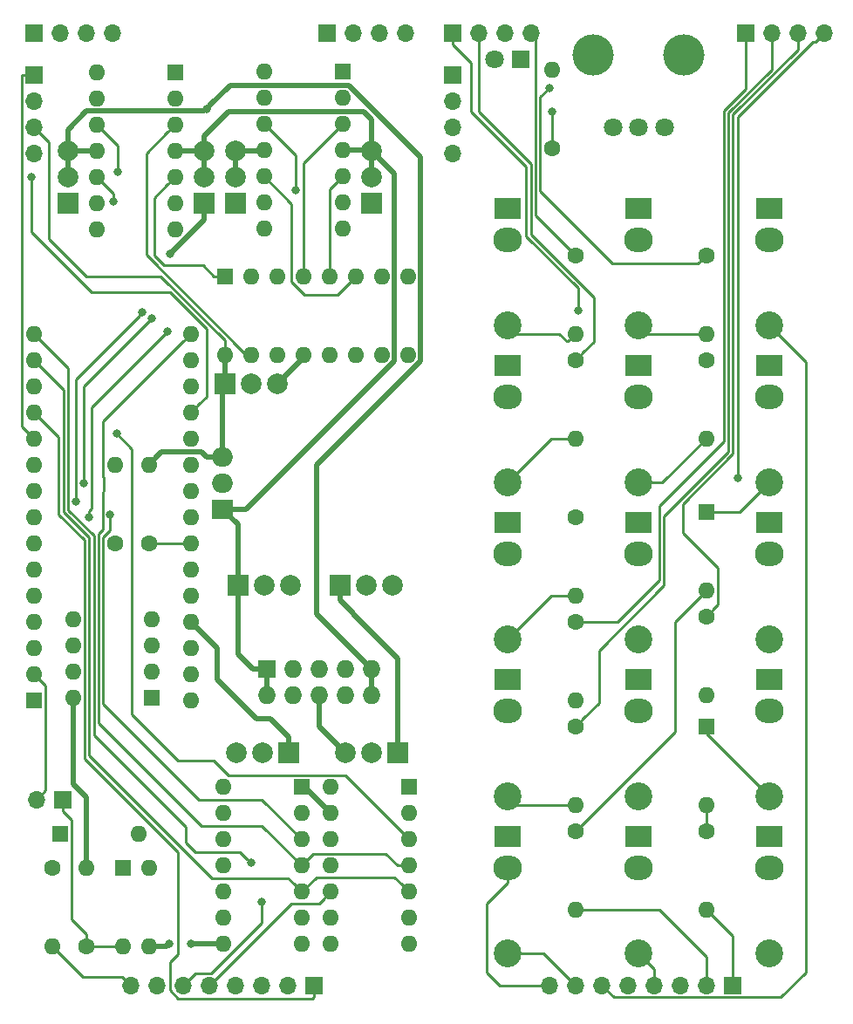
<source format=gbr>
G04 #@! TF.GenerationSoftware,KiCad,Pcbnew,5.0.2+dfsg1-1~bpo9+1*
G04 #@! TF.CreationDate,2019-05-25T00:57:50+02:00*
G04 #@! TF.ProjectId,midi2cv,6d696469-3263-4762-9e6b-696361645f70,rev?*
G04 #@! TF.SameCoordinates,Original*
G04 #@! TF.FileFunction,Copper,L2,Bot*
G04 #@! TF.FilePolarity,Positive*
%FSLAX46Y46*%
G04 Gerber Fmt 4.6, Leading zero omitted, Abs format (unit mm)*
G04 Created by KiCad (PCBNEW 5.0.2+dfsg1-1~bpo9+1) date Sat 25 May 2019 12:57:50 AM CEST*
%MOMM*%
%LPD*%
G01*
G04 APERTURE LIST*
G04 #@! TA.AperFunction,ComponentPad*
%ADD10C,1.800000*%
G04 #@! TD*
G04 #@! TA.AperFunction,WasherPad*
%ADD11C,4.000000*%
G04 #@! TD*
G04 #@! TA.AperFunction,ComponentPad*
%ADD12O,1.600000X1.600000*%
G04 #@! TD*
G04 #@! TA.AperFunction,ComponentPad*
%ADD13R,1.600000X1.600000*%
G04 #@! TD*
G04 #@! TA.AperFunction,ComponentPad*
%ADD14C,2.000000*%
G04 #@! TD*
G04 #@! TA.AperFunction,ComponentPad*
%ADD15R,2.000000X2.000000*%
G04 #@! TD*
G04 #@! TA.AperFunction,ComponentPad*
%ADD16R,1.800000X1.800000*%
G04 #@! TD*
G04 #@! TA.AperFunction,ComponentPad*
%ADD17R,1.700000X1.700000*%
G04 #@! TD*
G04 #@! TA.AperFunction,ComponentPad*
%ADD18O,1.700000X1.700000*%
G04 #@! TD*
G04 #@! TA.AperFunction,ComponentPad*
%ADD19R,1.727200X1.727200*%
G04 #@! TD*
G04 #@! TA.AperFunction,ComponentPad*
%ADD20O,1.727200X1.727200*%
G04 #@! TD*
G04 #@! TA.AperFunction,ComponentPad*
%ADD21O,2.800000X2.350000*%
G04 #@! TD*
G04 #@! TA.AperFunction,ComponentPad*
%ADD22R,2.600000X2.150000*%
G04 #@! TD*
G04 #@! TA.AperFunction,ComponentPad*
%ADD23C,2.700000*%
G04 #@! TD*
G04 #@! TA.AperFunction,ComponentPad*
%ADD24C,1.600000*%
G04 #@! TD*
G04 #@! TA.AperFunction,ComponentPad*
%ADD25R,2.000000X1.905000*%
G04 #@! TD*
G04 #@! TA.AperFunction,ComponentPad*
%ADD26O,2.000000X1.905000*%
G04 #@! TD*
G04 #@! TA.AperFunction,ViaPad*
%ADD27C,0.800000*%
G04 #@! TD*
G04 #@! TA.AperFunction,Conductor*
%ADD28C,0.250000*%
G04 #@! TD*
G04 #@! TA.AperFunction,Conductor*
%ADD29C,0.500000*%
G04 #@! TD*
G04 APERTURE END LIST*
D10*
G04 #@! TO.P,RV1,3*
G04 #@! TO.N,GNDA*
X88980000Y-41910000D03*
G04 #@! TO.P,RV1,2*
G04 #@! TO.N,Net-(J4-Pad2)*
X91480000Y-41910000D03*
G04 #@! TO.P,RV1,1*
G04 #@! TO.N,+5VA*
X93980000Y-41910000D03*
D11*
G04 #@! TO.P,RV1,*
G04 #@! TO.N,*
X87080000Y-34910000D03*
X95880000Y-34910000D03*
G04 #@! TD*
D12*
G04 #@! TO.P,NANO,16*
G04 #@! TO.N,DAC_SCK*
X48006000Y-61976000D03*
G04 #@! TO.P,NANO,15*
G04 #@! TO.N,GATE1_OUT*
X32766000Y-61976000D03*
G04 #@! TO.P,NANO,30*
G04 #@! TO.N,Net-(A1-Pad30)*
X48006000Y-97536000D03*
G04 #@! TO.P,NANO,14*
G04 #@! TO.N,DAC_SDI*
X32766000Y-64516000D03*
G04 #@! TO.P,NANO,29*
G04 #@! TO.N,GND*
X48006000Y-94996000D03*
G04 #@! TO.P,NANO,13*
G04 #@! TO.N,DAC1_CS*
X32766000Y-67056000D03*
G04 #@! TO.P,NANO,28*
G04 #@! TO.N,Net-(A1-Pad28)*
X48006000Y-92456000D03*
G04 #@! TO.P,NANO,12*
G04 #@! TO.N,GATE2_OUT*
X32766000Y-69596000D03*
G04 #@! TO.P,NANO,27*
G04 #@! TO.N,+5V*
X48006000Y-89916000D03*
G04 #@! TO.P,NANO,11*
G04 #@! TO.N,ACT_LED*
X32766000Y-72136000D03*
G04 #@! TO.P,NANO,26*
G04 #@! TO.N,Net-(A1-Pad26)*
X48006000Y-87376000D03*
G04 #@! TO.P,NANO,10*
G04 #@! TO.N,DAC2_CS*
X32766000Y-74676000D03*
G04 #@! TO.P,NANO,25*
G04 #@! TO.N,Net-(A1-Pad25)*
X48006000Y-84836000D03*
G04 #@! TO.P,NANO,9*
G04 #@! TO.N,595_RCLK*
X32766000Y-77216000D03*
G04 #@! TO.P,NANO,24*
G04 #@! TO.N,SCL*
X48006000Y-82296000D03*
G04 #@! TO.P,NANO,8*
G04 #@! TO.N,595_SRCLK*
X32766000Y-79756000D03*
G04 #@! TO.P,NANO,23*
G04 #@! TO.N,SDA*
X48006000Y-79756000D03*
G04 #@! TO.P,NANO,7*
G04 #@! TO.N,595_SER*
X32766000Y-82296000D03*
G04 #@! TO.P,NANO,22*
G04 #@! TO.N,Net-(A1-Pad22)*
X48006000Y-77216000D03*
G04 #@! TO.P,NANO,6*
G04 #@! TO.N,Net-(A1-Pad6)*
X32766000Y-84836000D03*
G04 #@! TO.P,NANO,21*
G04 #@! TO.N,Net-(A1-Pad21)*
X48006000Y-74676000D03*
G04 #@! TO.P,NANO,5*
G04 #@! TO.N,Net-(A1-Pad5)*
X32766000Y-87376000D03*
G04 #@! TO.P,NANO,20*
G04 #@! TO.N,Net-(A1-Pad20)*
X48006000Y-72136000D03*
G04 #@! TO.P,NANO,4*
G04 #@! TO.N,GND*
X32766000Y-89916000D03*
G04 #@! TO.P,NANO,19*
G04 #@! TO.N,ARP_LENGTH*
X48006000Y-69596000D03*
G04 #@! TO.P,NANO,3*
G04 #@! TO.N,Net-(A1-Pad3)*
X32766000Y-92456000D03*
G04 #@! TO.P,NANO,18*
G04 #@! TO.N,Net-(A1-Pad18)*
X48006000Y-67056000D03*
G04 #@! TO.P,NANO,2*
G04 #@! TO.N,Net-(A1-Pad2)*
X32766000Y-94996000D03*
G04 #@! TO.P,NANO,17*
G04 #@! TO.N,Net-(A1-Pad17)*
X48006000Y-64516000D03*
D13*
G04 #@! TO.P,NANO,1*
G04 #@! TO.N,Net-(A1-Pad1)*
X32766000Y-97536000D03*
G04 #@! TD*
D14*
G04 #@! TO.P,C1,2*
G04 #@! TO.N,GND*
X57658000Y-86360000D03*
X55118000Y-86360000D03*
D15*
G04 #@! TO.P,C1,1*
G04 #@! TO.N,+12V*
X52578000Y-86360000D03*
G04 #@! TD*
G04 #@! TO.P,C2,1*
G04 #@! TO.N,+5V*
X62484000Y-86360000D03*
D14*
G04 #@! TO.P,C2,2*
G04 #@! TO.N,GND*
X65024000Y-86360000D03*
X67564000Y-86360000D03*
G04 #@! TD*
D15*
G04 #@! TO.P,C3,1*
G04 #@! TO.N,+5V*
X57519560Y-102616000D03*
D14*
G04 #@! TO.P,C3,2*
G04 #@! TO.N,GND*
X54979560Y-102616000D03*
X52439560Y-102616000D03*
G04 #@! TD*
G04 #@! TO.P,C4,2*
G04 #@! TO.N,GND*
X62992000Y-102616000D03*
X65532000Y-102616000D03*
D15*
G04 #@! TO.P,C4,1*
G04 #@! TO.N,+5V*
X68072000Y-102616000D03*
G04 #@! TD*
G04 #@! TO.P,C5,1*
G04 #@! TO.N,GND*
X49276000Y-49276000D03*
D14*
G04 #@! TO.P,C5,2*
G04 #@! TO.N,+12V*
X49276000Y-46736000D03*
X49276000Y-44196000D03*
G04 #@! TD*
G04 #@! TO.P,C6,2*
G04 #@! TO.N,-12V*
X36068000Y-44196000D03*
X36068000Y-46736000D03*
D15*
G04 #@! TO.P,C6,1*
G04 #@! TO.N,GND*
X36068000Y-49276000D03*
G04 #@! TD*
G04 #@! TO.P,C7,1*
G04 #@! TO.N,+5V*
X51308000Y-66802000D03*
D14*
G04 #@! TO.P,C7,2*
G04 #@! TO.N,GND*
X53848000Y-66802000D03*
X56388000Y-66802000D03*
G04 #@! TD*
G04 #@! TO.P,C8,2*
G04 #@! TO.N,+12V*
X65532000Y-44196000D03*
X65532000Y-46736000D03*
D15*
G04 #@! TO.P,C8,1*
G04 #@! TO.N,GND*
X65532000Y-49276000D03*
G04 #@! TD*
G04 #@! TO.P,C9,1*
G04 #@! TO.N,GND*
X52324000Y-49276000D03*
D14*
G04 #@! TO.P,C9,2*
G04 #@! TO.N,-12V*
X52324000Y-46736000D03*
X52324000Y-44196000D03*
G04 #@! TD*
D16*
G04 #@! TO.P,D1,1*
G04 #@! TO.N,Net-(D1-Pad1)*
X80010000Y-35306000D03*
D10*
G04 #@! TO.P,D1,2*
G04 #@! TO.N,Net-(D1-Pad2)*
X77470000Y-35306000D03*
G04 #@! TD*
D12*
G04 #@! TO.P,D2,2*
G04 #@! TO.N,Net-(D2-Pad2)*
X42926000Y-110490000D03*
D13*
G04 #@! TO.P,D2,1*
G04 #@! TO.N,Net-(D2-Pad1)*
X35306000Y-110490000D03*
G04 #@! TD*
G04 #@! TO.P,D3,1*
G04 #@! TO.N,Net-(D3-Pad1)*
X98044000Y-79248000D03*
D12*
G04 #@! TO.P,D3,2*
G04 #@! TO.N,Net-(D3-Pad2)*
X98044000Y-86868000D03*
G04 #@! TD*
D13*
G04 #@! TO.P,D4,1*
G04 #@! TO.N,Net-(D4-Pad1)*
X98044000Y-100076000D03*
D12*
G04 #@! TO.P,D4,2*
G04 #@! TO.N,Net-(D4-Pad2)*
X98044000Y-107696000D03*
G04 #@! TD*
D17*
G04 #@! TO.P,J1,1*
G04 #@! TO.N,MIDI_IN*
X35560000Y-107188000D03*
D18*
G04 #@! TO.P,J1,2*
G04 #@! TO.N,Net-(A1-Pad2)*
X33020000Y-107188000D03*
G04 #@! TD*
D19*
G04 #@! TO.P,J2,1*
G04 #@! TO.N,+12V*
X55372000Y-94488000D03*
D20*
G04 #@! TO.P,J2,2*
X55372000Y-97028000D03*
G04 #@! TO.P,J2,3*
G04 #@! TO.N,GND*
X57912000Y-94488000D03*
G04 #@! TO.P,J2,4*
X57912000Y-97028000D03*
G04 #@! TO.P,J2,5*
X60452000Y-94488000D03*
G04 #@! TO.P,J2,6*
X60452000Y-97028000D03*
G04 #@! TO.P,J2,7*
X62992000Y-94488000D03*
G04 #@! TO.P,J2,8*
X62992000Y-97028000D03*
G04 #@! TO.P,J2,9*
G04 #@! TO.N,-12V*
X65532000Y-94488000D03*
G04 #@! TO.P,J2,10*
X65532000Y-97028000D03*
G04 #@! TD*
D17*
G04 #@! TO.P,J3,1*
G04 #@! TO.N,ACT_LED*
X32766000Y-36830000D03*
D18*
G04 #@! TO.P,J3,2*
G04 #@! TO.N,ARP_LENGTH*
X32766000Y-39370000D03*
G04 #@! TO.P,J3,3*
G04 #@! TO.N,+5V*
X32766000Y-41910000D03*
G04 #@! TO.P,J3,4*
G04 #@! TO.N,GND*
X32766000Y-44450000D03*
G04 #@! TD*
D17*
G04 #@! TO.P,J4,1*
G04 #@! TO.N,Net-(D1-Pad2)*
X73406000Y-36830000D03*
D18*
G04 #@! TO.P,J4,2*
G04 #@! TO.N,Net-(J4-Pad2)*
X73406000Y-39370000D03*
G04 #@! TO.P,J4,3*
G04 #@! TO.N,+5VA*
X73406000Y-41910000D03*
G04 #@! TO.P,J4,4*
G04 #@! TO.N,GNDA*
X73406000Y-44450000D03*
G04 #@! TD*
G04 #@! TO.P,J5,8*
G04 #@! TO.N,Net-(J5-Pad8)*
X42164000Y-125222000D03*
G04 #@! TO.P,J5,7*
G04 #@! TO.N,Net-(D2-Pad2)*
X44704000Y-125222000D03*
G04 #@! TO.P,J5,6*
G04 #@! TO.N,Net-(J5-Pad6)*
X47244000Y-125222000D03*
G04 #@! TO.P,J5,5*
G04 #@! TO.N,Net-(J5-Pad5)*
X49784000Y-125222000D03*
G04 #@! TO.P,J5,4*
G04 #@! TO.N,Net-(J5-Pad4)*
X52324000Y-125222000D03*
G04 #@! TO.P,J5,3*
G04 #@! TO.N,Net-(J5-Pad3)*
X54864000Y-125222000D03*
G04 #@! TO.P,J5,2*
G04 #@! TO.N,GATE1_OUT*
X57404000Y-125222000D03*
D17*
G04 #@! TO.P,J5,1*
G04 #@! TO.N,GATE2_OUT*
X59944000Y-125222000D03*
G04 #@! TD*
D18*
G04 #@! TO.P,J6,8*
G04 #@! TO.N,Net-(J6-Pad8)*
X82804000Y-125222000D03*
G04 #@! TO.P,J6,7*
G04 #@! TO.N,Net-(J6-Pad7)*
X85344000Y-125222000D03*
G04 #@! TO.P,J6,6*
G04 #@! TO.N,Net-(J6-Pad6)*
X87884000Y-125222000D03*
G04 #@! TO.P,J6,5*
G04 #@! TO.N,Net-(J6-Pad5)*
X90424000Y-125222000D03*
G04 #@! TO.P,J6,4*
G04 #@! TO.N,Net-(J10-PadT)*
X92964000Y-125222000D03*
G04 #@! TO.P,J6,3*
G04 #@! TO.N,Net-(J11-PadT)*
X95504000Y-125222000D03*
G04 #@! TO.P,J6,2*
G04 #@! TO.N,Net-(J6-Pad2)*
X98044000Y-125222000D03*
D17*
G04 #@! TO.P,J6,1*
G04 #@! TO.N,Net-(J6-Pad1)*
X100584000Y-125222000D03*
G04 #@! TD*
D21*
G04 #@! TO.P,J7,R*
G04 #@! TO.N,Net-(J6-Pad8)*
X78740000Y-113844000D03*
D22*
G04 #@! TO.P,J7,S*
G04 #@! TO.N,Net-(J7-PadS)*
X78740000Y-110744000D03*
D23*
G04 #@! TO.P,J7,T*
G04 #@! TO.N,Net-(J6-Pad7)*
X78740000Y-122144000D03*
G04 #@! TD*
G04 #@! TO.P,J8,T*
G04 #@! TO.N,Net-(J6-Pad6)*
X104140000Y-61184000D03*
D22*
G04 #@! TO.P,J8,S*
G04 #@! TO.N,GNDA*
X104140000Y-49784000D03*
D21*
G04 #@! TO.P,J8,TN*
G04 #@! TO.N,Net-(J8-PadTN)*
X104140000Y-52884000D03*
G04 #@! TD*
G04 #@! TO.P,J9,TN*
G04 #@! TO.N,Net-(J9-PadTN)*
X104140000Y-83364000D03*
D22*
G04 #@! TO.P,J9,S*
G04 #@! TO.N,GNDA*
X104140000Y-80264000D03*
D23*
G04 #@! TO.P,J9,T*
G04 #@! TO.N,Net-(J6-Pad5)*
X104140000Y-91664000D03*
G04 #@! TD*
G04 #@! TO.P,J10,T*
G04 #@! TO.N,Net-(J10-PadT)*
X91440000Y-122144000D03*
D22*
G04 #@! TO.P,J10,S*
G04 #@! TO.N,GNDA*
X91440000Y-110744000D03*
D21*
G04 #@! TO.P,J10,TN*
G04 #@! TO.N,Net-(J10-PadTN)*
X91440000Y-113844000D03*
G04 #@! TD*
D23*
G04 #@! TO.P,J11,T*
G04 #@! TO.N,Net-(J11-PadT)*
X104140000Y-122144000D03*
D22*
G04 #@! TO.P,J11,S*
G04 #@! TO.N,GNDA*
X104140000Y-110744000D03*
D21*
G04 #@! TO.P,J11,TN*
G04 #@! TO.N,Net-(J11-PadTN)*
X104140000Y-113844000D03*
G04 #@! TD*
G04 #@! TO.P,J12,TN*
G04 #@! TO.N,Net-(J12-PadTN)*
X104140000Y-68124000D03*
D22*
G04 #@! TO.P,J12,S*
G04 #@! TO.N,GNDA*
X104140000Y-65024000D03*
D23*
G04 #@! TO.P,J12,T*
G04 #@! TO.N,Net-(D3-Pad1)*
X104140000Y-76424000D03*
G04 #@! TD*
D21*
G04 #@! TO.P,J13,TN*
G04 #@! TO.N,Net-(J13-PadTN)*
X104140000Y-98604000D03*
D22*
G04 #@! TO.P,J13,S*
G04 #@! TO.N,GNDA*
X104140000Y-95504000D03*
D23*
G04 #@! TO.P,J13,T*
G04 #@! TO.N,Net-(D4-Pad1)*
X104140000Y-106904000D03*
G04 #@! TD*
G04 #@! TO.P,J16,T*
G04 #@! TO.N,Net-(J16-PadT)*
X78740000Y-61184000D03*
D22*
G04 #@! TO.P,J16,S*
G04 #@! TO.N,GNDA*
X78740000Y-49784000D03*
D21*
G04 #@! TO.P,J16,TN*
G04 #@! TO.N,Net-(J16-PadTN)*
X78740000Y-52884000D03*
G04 #@! TD*
G04 #@! TO.P,J17,TN*
G04 #@! TO.N,Net-(J17-PadTN)*
X91440000Y-52884000D03*
D22*
G04 #@! TO.P,J17,S*
G04 #@! TO.N,GNDA*
X91440000Y-49784000D03*
D23*
G04 #@! TO.P,J17,T*
G04 #@! TO.N,Net-(J17-PadT)*
X91440000Y-61184000D03*
G04 #@! TD*
G04 #@! TO.P,J18,T*
G04 #@! TO.N,Net-(J18-PadT)*
X78740000Y-76424000D03*
D22*
G04 #@! TO.P,J18,S*
G04 #@! TO.N,GNDA*
X78740000Y-65024000D03*
D21*
G04 #@! TO.P,J18,TN*
G04 #@! TO.N,Net-(J18-PadTN)*
X78740000Y-68124000D03*
G04 #@! TD*
G04 #@! TO.P,J19,TN*
G04 #@! TO.N,Net-(J19-PadTN)*
X91440000Y-68124000D03*
D22*
G04 #@! TO.P,J19,S*
G04 #@! TO.N,GNDA*
X91440000Y-65024000D03*
D23*
G04 #@! TO.P,J19,T*
G04 #@! TO.N,Net-(J19-PadT)*
X91440000Y-76424000D03*
G04 #@! TD*
D21*
G04 #@! TO.P,J20,TN*
G04 #@! TO.N,Net-(J20-PadTN)*
X78740000Y-83364000D03*
D22*
G04 #@! TO.P,J20,S*
G04 #@! TO.N,GNDA*
X78740000Y-80264000D03*
D23*
G04 #@! TO.P,J20,T*
G04 #@! TO.N,Net-(J20-PadT)*
X78740000Y-91664000D03*
G04 #@! TD*
G04 #@! TO.P,J21,T*
G04 #@! TO.N,Net-(J21-PadT)*
X91440000Y-91664000D03*
D22*
G04 #@! TO.P,J21,S*
G04 #@! TO.N,GNDA*
X91440000Y-80264000D03*
D21*
G04 #@! TO.P,J21,TN*
G04 #@! TO.N,Net-(J21-PadTN)*
X91440000Y-83364000D03*
G04 #@! TD*
G04 #@! TO.P,J22,TN*
G04 #@! TO.N,Net-(J22-PadTN)*
X78740000Y-98604000D03*
D22*
G04 #@! TO.P,J22,S*
G04 #@! TO.N,GNDA*
X78740000Y-95504000D03*
D23*
G04 #@! TO.P,J22,T*
G04 #@! TO.N,Net-(J22-PadT)*
X78740000Y-106904000D03*
G04 #@! TD*
G04 #@! TO.P,J23,T*
G04 #@! TO.N,Net-(J23-PadT)*
X91440000Y-106904000D03*
D22*
G04 #@! TO.P,J23,S*
G04 #@! TO.N,GNDA*
X91440000Y-95504000D03*
D21*
G04 #@! TO.P,J23,TN*
G04 #@! TO.N,Net-(J23-PadTN)*
X91440000Y-98604000D03*
G04 #@! TD*
D12*
G04 #@! TO.P,R1,2*
G04 #@! TO.N,+5V*
X40640000Y-74676000D03*
D24*
G04 #@! TO.P,R1,1*
G04 #@! TO.N,SDA*
X40640000Y-82296000D03*
G04 #@! TD*
G04 #@! TO.P,R2,1*
G04 #@! TO.N,SCL*
X43942000Y-82296000D03*
D12*
G04 #@! TO.P,R2,2*
G04 #@! TO.N,+5V*
X43942000Y-74676000D03*
G04 #@! TD*
D24*
G04 #@! TO.P,R3,1*
G04 #@! TO.N,Net-(D1-Pad1)*
X83058000Y-43942000D03*
D12*
G04 #@! TO.P,R3,2*
G04 #@! TO.N,GNDA*
X83058000Y-36322000D03*
G04 #@! TD*
D24*
G04 #@! TO.P,R4,1*
G04 #@! TO.N,MIDI_IN*
X37846000Y-121412000D03*
D12*
G04 #@! TO.P,R4,2*
G04 #@! TO.N,+5V*
X37846000Y-113792000D03*
G04 #@! TD*
D24*
G04 #@! TO.P,R5,1*
G04 #@! TO.N,Net-(D3-Pad2)*
X85344000Y-110236000D03*
D12*
G04 #@! TO.P,R5,2*
G04 #@! TO.N,Net-(J6-Pad2)*
X85344000Y-117856000D03*
G04 #@! TD*
G04 #@! TO.P,R6,2*
G04 #@! TO.N,Net-(J6-Pad1)*
X98044000Y-117856000D03*
D24*
G04 #@! TO.P,R6,1*
G04 #@! TO.N,Net-(D4-Pad2)*
X98044000Y-110236000D03*
G04 #@! TD*
D12*
G04 #@! TO.P,R7,2*
G04 #@! TO.N,Net-(J5-Pad8)*
X34544000Y-121412000D03*
D24*
G04 #@! TO.P,R7,1*
G04 #@! TO.N,Net-(D2-Pad1)*
X34544000Y-113792000D03*
G04 #@! TD*
D12*
G04 #@! TO.P,R8,2*
G04 #@! TO.N,Net-(J16-PadT)*
X85344000Y-61976000D03*
D24*
G04 #@! TO.P,R8,1*
G04 #@! TO.N,Net-(J24-Pad4)*
X85344000Y-54356000D03*
G04 #@! TD*
G04 #@! TO.P,R9,1*
G04 #@! TO.N,Net-(J24-Pad3)*
X98044000Y-54356000D03*
D12*
G04 #@! TO.P,R9,2*
G04 #@! TO.N,Net-(J17-PadT)*
X98044000Y-61976000D03*
G04 #@! TD*
G04 #@! TO.P,R10,2*
G04 #@! TO.N,Net-(J18-PadT)*
X85344000Y-72136000D03*
D24*
G04 #@! TO.P,R10,1*
G04 #@! TO.N,Net-(J24-Pad2)*
X85344000Y-64516000D03*
G04 #@! TD*
G04 #@! TO.P,R11,1*
G04 #@! TO.N,Net-(J24-Pad1)*
X98044000Y-64516000D03*
D12*
G04 #@! TO.P,R11,2*
G04 #@! TO.N,Net-(J19-PadT)*
X98044000Y-72136000D03*
G04 #@! TD*
G04 #@! TO.P,R12,2*
G04 #@! TO.N,Net-(J20-PadT)*
X85344000Y-87376000D03*
D24*
G04 #@! TO.P,R12,1*
G04 #@! TO.N,Net-(J25-Pad4)*
X85344000Y-79756000D03*
G04 #@! TD*
G04 #@! TO.P,R13,1*
G04 #@! TO.N,Net-(J25-Pad3)*
X98044000Y-89408000D03*
D12*
G04 #@! TO.P,R13,2*
G04 #@! TO.N,Net-(J21-PadT)*
X98044000Y-97028000D03*
G04 #@! TD*
G04 #@! TO.P,R14,2*
G04 #@! TO.N,Net-(J22-PadT)*
X85344000Y-107696000D03*
D24*
G04 #@! TO.P,R14,1*
G04 #@! TO.N,Net-(J25-Pad2)*
X85344000Y-100076000D03*
G04 #@! TD*
G04 #@! TO.P,R15,1*
G04 #@! TO.N,Net-(J25-Pad1)*
X85344000Y-89916000D03*
D12*
G04 #@! TO.P,R15,2*
G04 #@! TO.N,Net-(J23-PadT)*
X85344000Y-97536000D03*
G04 #@! TD*
D25*
G04 #@! TO.P,U1,1*
G04 #@! TO.N,+12V*
X51054000Y-78994000D03*
D26*
G04 #@! TO.P,U1,2*
G04 #@! TO.N,GND*
X51054000Y-76454000D03*
G04 #@! TO.P,U1,3*
G04 #@! TO.N,+5V*
X51054000Y-73914000D03*
G04 #@! TD*
D13*
G04 #@! TO.P,U2,1*
G04 #@! TO.N,GND*
X44196000Y-97282000D03*
D12*
G04 #@! TO.P,U2,5*
G04 #@! TO.N,SDA*
X36576000Y-89662000D03*
G04 #@! TO.P,U2,2*
G04 #@! TO.N,GND*
X44196000Y-94742000D03*
G04 #@! TO.P,U2,6*
G04 #@! TO.N,SCL*
X36576000Y-92202000D03*
G04 #@! TO.P,U2,3*
G04 #@! TO.N,GND*
X44196000Y-92202000D03*
G04 #@! TO.P,U2,7*
X36576000Y-94742000D03*
G04 #@! TO.P,U2,4*
X44196000Y-89662000D03*
G04 #@! TO.P,U2,8*
G04 #@! TO.N,+5V*
X36576000Y-97282000D03*
G04 #@! TD*
D13*
G04 #@! TO.P,U5,1*
G04 #@! TO.N,Net-(D2-Pad1)*
X41402000Y-113792000D03*
D12*
G04 #@! TO.P,U5,3*
G04 #@! TO.N,GND*
X43942000Y-121412000D03*
G04 #@! TO.P,U5,2*
G04 #@! TO.N,Net-(D2-Pad2)*
X43942000Y-113792000D03*
G04 #@! TO.P,U5,4*
G04 #@! TO.N,MIDI_IN*
X41402000Y-121412000D03*
G04 #@! TD*
G04 #@! TO.P,U6,14*
G04 #@! TO.N,Net-(J14-Pad1)*
X38862000Y-36576000D03*
G04 #@! TO.P,U6,7*
G04 #@! TO.N,Net-(J14-Pad3)*
X46482000Y-51816000D03*
G04 #@! TO.P,U6,13*
G04 #@! TO.N,Net-(J14-Pad1)*
X38862000Y-39116000D03*
G04 #@! TO.P,U6,6*
G04 #@! TO.N,Net-(J14-Pad3)*
X46482000Y-49276000D03*
G04 #@! TO.P,U6,12*
G04 #@! TO.N,Net-(U6-Pad12)*
X38862000Y-41656000D03*
G04 #@! TO.P,U6,5*
G04 #@! TO.N,Net-(U6-Pad5)*
X46482000Y-46736000D03*
G04 #@! TO.P,U6,11*
G04 #@! TO.N,-12V*
X38862000Y-44196000D03*
G04 #@! TO.P,U6,4*
G04 #@! TO.N,+12V*
X46482000Y-44196000D03*
G04 #@! TO.P,U6,10*
G04 #@! TO.N,Net-(U6-Pad10)*
X38862000Y-46736000D03*
G04 #@! TO.P,U6,3*
G04 #@! TO.N,Net-(U6-Pad3)*
X46482000Y-41656000D03*
G04 #@! TO.P,U6,9*
G04 #@! TO.N,Net-(J14-Pad2)*
X38862000Y-49276000D03*
G04 #@! TO.P,U6,2*
G04 #@! TO.N,Net-(J14-Pad4)*
X46482000Y-39116000D03*
G04 #@! TO.P,U6,8*
G04 #@! TO.N,Net-(J14-Pad2)*
X38862000Y-51816000D03*
D13*
G04 #@! TO.P,U6,1*
G04 #@! TO.N,Net-(J14-Pad4)*
X46482000Y-36576000D03*
G04 #@! TD*
G04 #@! TO.P,U7,1*
G04 #@! TO.N,Net-(U6-Pad5)*
X51308000Y-56388000D03*
D12*
G04 #@! TO.P,U7,9*
G04 #@! TO.N,Net-(U7-Pad9)*
X69088000Y-64008000D03*
G04 #@! TO.P,U7,2*
G04 #@! TO.N,Net-(U6-Pad10)*
X53848000Y-56388000D03*
G04 #@! TO.P,U7,10*
G04 #@! TO.N,+5V*
X66548000Y-64008000D03*
G04 #@! TO.P,U7,3*
G04 #@! TO.N,Net-(U6-Pad12)*
X56388000Y-56388000D03*
G04 #@! TO.P,U7,11*
G04 #@! TO.N,595_SRCLK*
X64008000Y-64008000D03*
G04 #@! TO.P,U7,4*
G04 #@! TO.N,Net-(U7-Pad4)*
X58928000Y-56388000D03*
G04 #@! TO.P,U7,12*
G04 #@! TO.N,595_RCLK*
X61468000Y-64008000D03*
G04 #@! TO.P,U7,5*
G04 #@! TO.N,Net-(U7-Pad5)*
X61468000Y-56388000D03*
G04 #@! TO.P,U7,13*
G04 #@! TO.N,GND*
X58928000Y-64008000D03*
G04 #@! TO.P,U7,6*
G04 #@! TO.N,Net-(U7-Pad6)*
X64008000Y-56388000D03*
G04 #@! TO.P,U7,14*
G04 #@! TO.N,595_SER*
X56388000Y-64008000D03*
G04 #@! TO.P,U7,7*
G04 #@! TO.N,Net-(U7-Pad7)*
X66548000Y-56388000D03*
G04 #@! TO.P,U7,15*
G04 #@! TO.N,Net-(U6-Pad3)*
X53848000Y-64008000D03*
G04 #@! TO.P,U7,8*
G04 #@! TO.N,GND*
X69088000Y-56388000D03*
G04 #@! TO.P,U7,16*
G04 #@! TO.N,+5V*
X51308000Y-64008000D03*
G04 #@! TD*
D13*
G04 #@! TO.P,U8,1*
G04 #@! TO.N,Net-(J15-Pad4)*
X62738000Y-36553299D03*
D12*
G04 #@! TO.P,U8,8*
G04 #@! TO.N,Net-(J15-Pad2)*
X55118000Y-51793299D03*
G04 #@! TO.P,U8,2*
G04 #@! TO.N,Net-(J15-Pad4)*
X62738000Y-39093299D03*
G04 #@! TO.P,U8,9*
G04 #@! TO.N,Net-(J15-Pad2)*
X55118000Y-49253299D03*
G04 #@! TO.P,U8,3*
G04 #@! TO.N,Net-(U7-Pad4)*
X62738000Y-41633299D03*
G04 #@! TO.P,U8,10*
G04 #@! TO.N,Net-(U7-Pad6)*
X55118000Y-46713299D03*
G04 #@! TO.P,U8,4*
G04 #@! TO.N,+12V*
X62738000Y-44173299D03*
G04 #@! TO.P,U8,11*
G04 #@! TO.N,-12V*
X55118000Y-44173299D03*
G04 #@! TO.P,U8,5*
G04 #@! TO.N,Net-(U7-Pad5)*
X62738000Y-46713299D03*
G04 #@! TO.P,U8,12*
G04 #@! TO.N,Net-(U7-Pad7)*
X55118000Y-41633299D03*
G04 #@! TO.P,U8,6*
G04 #@! TO.N,Net-(J15-Pad3)*
X62738000Y-49253299D03*
G04 #@! TO.P,U8,13*
G04 #@! TO.N,Net-(J15-Pad1)*
X55118000Y-39093299D03*
G04 #@! TO.P,U8,7*
G04 #@! TO.N,Net-(J15-Pad3)*
X62738000Y-51793299D03*
G04 #@! TO.P,U8,14*
G04 #@! TO.N,Net-(J15-Pad1)*
X55118000Y-36553299D03*
G04 #@! TD*
D13*
G04 #@! TO.P,U3,1*
G04 #@! TO.N,+5V*
X69203560Y-105975405D03*
D12*
G04 #@! TO.P,U3,8*
G04 #@! TO.N,GND*
X61583560Y-121215405D03*
G04 #@! TO.P,U3,2*
G04 #@! TO.N,Net-(U3-Pad2)*
X69203560Y-108515405D03*
G04 #@! TO.P,U3,9*
G04 #@! TO.N,Net-(U3-Pad9)*
X61583560Y-118675405D03*
G04 #@! TO.P,U3,3*
G04 #@! TO.N,DAC1_CS*
X69203560Y-111055405D03*
G04 #@! TO.P,U3,10*
G04 #@! TO.N,Net-(J5-Pad5)*
X61583560Y-116135405D03*
G04 #@! TO.P,U3,4*
G04 #@! TO.N,DAC_SCK*
X69203560Y-113595405D03*
G04 #@! TO.P,U3,11*
G04 #@! TO.N,+5V*
X61583560Y-113595405D03*
G04 #@! TO.P,U3,5*
G04 #@! TO.N,DAC_SDI*
X69203560Y-116135405D03*
G04 #@! TO.P,U3,12*
G04 #@! TO.N,GND*
X61583560Y-111055405D03*
G04 #@! TO.P,U3,6*
G04 #@! TO.N,Net-(U3-Pad6)*
X69203560Y-118675405D03*
G04 #@! TO.P,U3,13*
G04 #@! TO.N,+5V*
X61583560Y-108515405D03*
G04 #@! TO.P,U3,7*
G04 #@! TO.N,Net-(U3-Pad7)*
X69203560Y-121215405D03*
G04 #@! TO.P,U3,14*
G04 #@! TO.N,Net-(J5-Pad6)*
X61583560Y-105975405D03*
G04 #@! TD*
G04 #@! TO.P,U4,14*
G04 #@! TO.N,Net-(J5-Pad4)*
X51169560Y-105975405D03*
G04 #@! TO.P,U4,7*
G04 #@! TO.N,Net-(U4-Pad7)*
X58789560Y-121215405D03*
G04 #@! TO.P,U4,13*
G04 #@! TO.N,+5V*
X51169560Y-108515405D03*
G04 #@! TO.P,U4,6*
G04 #@! TO.N,Net-(U4-Pad6)*
X58789560Y-118675405D03*
G04 #@! TO.P,U4,12*
G04 #@! TO.N,GND*
X51169560Y-111055405D03*
G04 #@! TO.P,U4,5*
G04 #@! TO.N,DAC_SDI*
X58789560Y-116135405D03*
G04 #@! TO.P,U4,11*
G04 #@! TO.N,+5V*
X51169560Y-113595405D03*
G04 #@! TO.P,U4,4*
G04 #@! TO.N,DAC_SCK*
X58789560Y-113595405D03*
G04 #@! TO.P,U4,10*
G04 #@! TO.N,Net-(J5-Pad3)*
X51169560Y-116135405D03*
G04 #@! TO.P,U4,3*
G04 #@! TO.N,DAC2_CS*
X58789560Y-111055405D03*
G04 #@! TO.P,U4,9*
G04 #@! TO.N,Net-(U4-Pad9)*
X51169560Y-118675405D03*
G04 #@! TO.P,U4,2*
G04 #@! TO.N,Net-(U4-Pad2)*
X58789560Y-108515405D03*
G04 #@! TO.P,U4,8*
G04 #@! TO.N,GND*
X51169560Y-121215405D03*
D13*
G04 #@! TO.P,U4,1*
G04 #@! TO.N,+5V*
X58789560Y-105975405D03*
G04 #@! TD*
D18*
G04 #@! TO.P,J14,4*
G04 #@! TO.N,Net-(J14-Pad4)*
X40386000Y-32766000D03*
G04 #@! TO.P,J14,3*
G04 #@! TO.N,Net-(J14-Pad3)*
X37846000Y-32766000D03*
G04 #@! TO.P,J14,2*
G04 #@! TO.N,Net-(J14-Pad2)*
X35306000Y-32766000D03*
D17*
G04 #@! TO.P,J14,1*
G04 #@! TO.N,Net-(J14-Pad1)*
X32766000Y-32766000D03*
G04 #@! TD*
G04 #@! TO.P,J15,1*
G04 #@! TO.N,Net-(J15-Pad1)*
X61214000Y-32766000D03*
D18*
G04 #@! TO.P,J15,2*
G04 #@! TO.N,Net-(J15-Pad2)*
X63754000Y-32766000D03*
G04 #@! TO.P,J15,3*
G04 #@! TO.N,Net-(J15-Pad3)*
X66294000Y-32766000D03*
G04 #@! TO.P,J15,4*
G04 #@! TO.N,Net-(J15-Pad4)*
X68834000Y-32766000D03*
G04 #@! TD*
G04 #@! TO.P,J24,4*
G04 #@! TO.N,Net-(J24-Pad4)*
X81026000Y-32766000D03*
G04 #@! TO.P,J24,3*
G04 #@! TO.N,Net-(J24-Pad3)*
X78486000Y-32766000D03*
G04 #@! TO.P,J24,2*
G04 #@! TO.N,Net-(J24-Pad2)*
X75946000Y-32766000D03*
D17*
G04 #@! TO.P,J24,1*
G04 #@! TO.N,Net-(J24-Pad1)*
X73406000Y-32766000D03*
G04 #@! TD*
G04 #@! TO.P,J25,1*
G04 #@! TO.N,Net-(J25-Pad1)*
X101854000Y-32766000D03*
D18*
G04 #@! TO.P,J25,2*
G04 #@! TO.N,Net-(J25-Pad2)*
X104394000Y-32766000D03*
G04 #@! TO.P,J25,3*
G04 #@! TO.N,Net-(J25-Pad3)*
X106934000Y-32766000D03*
G04 #@! TO.P,J25,4*
G04 #@! TO.N,Net-(J25-Pad4)*
X109474000Y-32766000D03*
G04 #@! TD*
D27*
G04 #@! TO.N,ARP_LENGTH*
X32512000Y-46736000D03*
G04 #@! TO.N,GND*
X45974000Y-54261021D03*
X48006000Y-121158000D03*
X45937010Y-121158022D03*
G04 #@! TO.N,595_SER*
X45720000Y-61722000D03*
X38100000Y-79756000D03*
G04 #@! TO.N,595_SRCLK*
X36830000Y-78232000D03*
X43336713Y-59918034D03*
G04 #@! TO.N,595_RCLK*
X44196000Y-60452000D03*
X37592000Y-76454000D03*
G04 #@! TO.N,DAC2_CS*
X40195838Y-79523689D03*
G04 #@! TO.N,DAC1_CS*
X40799021Y-71678614D03*
G04 #@! TO.N,GATE1_OUT*
X53848000Y-113341689D03*
G04 #@! TO.N,-12V*
X49530000Y-40132000D03*
G04 #@! TO.N,Net-(D1-Pad1)*
X83058000Y-40386000D03*
G04 #@! TO.N,Net-(J5-Pad6)*
X54864000Y-117094000D03*
G04 #@! TO.N,Net-(U6-Pad12)*
X40894000Y-46228000D03*
G04 #@! TO.N,Net-(U6-Pad10)*
X40523039Y-49168358D03*
G04 #@! TO.N,Net-(U7-Pad7)*
X58166000Y-48006000D03*
G04 #@! TO.N,Net-(J24-Pad3)*
X82804000Y-38100000D03*
G04 #@! TO.N,Net-(J24-Pad1)*
X85598000Y-59690000D03*
G04 #@! TO.N,Net-(J25-Pad4)*
X101092000Y-75946000D03*
G04 #@! TD*
D28*
G04 #@! TO.N,Net-(A1-Pad2)*
X33565999Y-95795999D02*
X32766000Y-94996000D01*
X33891001Y-96121001D02*
X33565999Y-95795999D01*
X33891001Y-106316999D02*
X33891001Y-96121001D01*
X33020000Y-107188000D02*
X33891001Y-106316999D01*
G04 #@! TO.N,ARP_LENGTH*
X48805999Y-68796001D02*
X48006000Y-69596000D01*
X49530000Y-68072000D02*
X48805999Y-68796001D01*
X45974000Y-57912000D02*
X49530000Y-61468000D01*
X38354000Y-57912000D02*
X45974000Y-57912000D01*
X49530000Y-61468000D02*
X49530000Y-68072000D01*
X32512000Y-46736000D02*
X32512000Y-52070000D01*
X32512000Y-52070000D02*
X38354000Y-57912000D01*
D29*
G04 #@! TO.N,GND*
X65024000Y-49784000D02*
X65532000Y-49276000D01*
X49276000Y-50959021D02*
X46373999Y-53861022D01*
X49276000Y-49276000D02*
X49276000Y-50959021D01*
X46373999Y-53861022D02*
X45974000Y-54261021D01*
X58928000Y-64262000D02*
X56388000Y-66802000D01*
X58928000Y-64008000D02*
X58928000Y-64262000D01*
X48063405Y-121215405D02*
X48006000Y-121158000D01*
X51169560Y-121215405D02*
X48063405Y-121215405D01*
X45683032Y-121412000D02*
X45937010Y-121158022D01*
X43942000Y-121412000D02*
X45683032Y-121412000D01*
X60452000Y-100076000D02*
X60452000Y-97028000D01*
X62992000Y-102616000D02*
X60452000Y-100076000D01*
D28*
G04 #@! TO.N,595_SER*
X38354000Y-78936315D02*
X38100000Y-79190315D01*
X38354000Y-69088000D02*
X38354000Y-78936315D01*
X38100000Y-79190315D02*
X38100000Y-79756000D01*
X45720000Y-61722000D02*
X38354000Y-69088000D01*
G04 #@! TO.N,595_SRCLK*
X36830000Y-66424747D02*
X42936714Y-60318033D01*
X42936714Y-60318033D02*
X43336713Y-59918034D01*
X36830000Y-78232000D02*
X36830000Y-66424747D01*
G04 #@! TO.N,SCL*
X48006000Y-82296000D02*
X43942000Y-82296000D01*
G04 #@! TO.N,595_RCLK*
X37592000Y-75888315D02*
X37592000Y-76454000D01*
X44196000Y-60452000D02*
X37592000Y-67056000D01*
X37592000Y-67056000D02*
X37592000Y-75888315D01*
G04 #@! TO.N,DAC2_CS*
X54922155Y-107188000D02*
X48768000Y-107188000D01*
X48768000Y-107188000D02*
X39514999Y-97934999D01*
X58789560Y-111055405D02*
X54922155Y-107188000D01*
X40195838Y-81075160D02*
X40195838Y-80089374D01*
X39514999Y-81755999D02*
X40195838Y-81075160D01*
X39514999Y-97934999D02*
X39514999Y-81755999D01*
X40195838Y-80089374D02*
X40195838Y-79523689D01*
G04 #@! TO.N,ACT_LED*
X31590999Y-70960999D02*
X31966001Y-71336001D01*
X31590999Y-36905001D02*
X31590999Y-70960999D01*
X31966001Y-71336001D02*
X32766000Y-72136000D01*
X31666000Y-36830000D02*
X31590999Y-36905001D01*
X32766000Y-36830000D02*
X31666000Y-36830000D01*
G04 #@! TO.N,GATE2_OUT*
X59944000Y-126322000D02*
X59944000Y-125222000D01*
X59774000Y-126492000D02*
X59944000Y-126322000D01*
X37701001Y-82028233D02*
X37701001Y-103233001D01*
X35204976Y-79532208D02*
X37701001Y-82028233D01*
X35204976Y-72034976D02*
X35204976Y-79532208D01*
X46736000Y-112268000D02*
X46736000Y-122174000D01*
X32766000Y-69596000D02*
X35204976Y-72034976D01*
X37701001Y-103233001D02*
X46736000Y-112268000D01*
X45974000Y-125691002D02*
X46774998Y-126492000D01*
X46774998Y-126492000D02*
X59774000Y-126492000D01*
X46736000Y-122174000D02*
X45974000Y-122936000D01*
X45974000Y-122936000D02*
X45974000Y-125691002D01*
G04 #@! TO.N,DAC1_CS*
X69203560Y-111055405D02*
X69284595Y-111055405D01*
X62998559Y-104850404D02*
X68403561Y-110255406D01*
X51709561Y-104850404D02*
X62998559Y-104850404D01*
X50237157Y-103378000D02*
X51709561Y-104850404D01*
X68403561Y-110255406D02*
X69203560Y-111055405D01*
X46736000Y-103378000D02*
X50237157Y-103378000D01*
X42273001Y-98915001D02*
X46736000Y-103378000D01*
X42273001Y-73152594D02*
X42273001Y-98915001D01*
X40799021Y-71678614D02*
X42273001Y-73152594D01*
G04 #@! TO.N,DAC_SDI*
X68403561Y-115335406D02*
X69203560Y-116135405D01*
X67788561Y-114720406D02*
X68403561Y-115335406D01*
X60204559Y-114720406D02*
X67788561Y-114720406D01*
X58789560Y-116135405D02*
X60204559Y-114720406D01*
X57989561Y-115335406D02*
X58789560Y-116135405D01*
X32766000Y-64516000D02*
X35654987Y-67404987D01*
X50038000Y-114808000D02*
X57462155Y-114808000D01*
X38157991Y-102927991D02*
X50038000Y-114808000D01*
X35654987Y-67404987D02*
X35654987Y-79274402D01*
X38157991Y-81777406D02*
X38157991Y-102927991D01*
X57462155Y-114808000D02*
X57989561Y-115335406D01*
X35654987Y-79274402D02*
X38157991Y-81777406D01*
D29*
G04 #@! TO.N,+5V*
X51054000Y-67056000D02*
X51308000Y-66802000D01*
X49065999Y-73425999D02*
X45192001Y-73425999D01*
X51308000Y-66802000D02*
X51308000Y-64008000D01*
X45192001Y-73425999D02*
X44741999Y-73876001D01*
X59043560Y-105975405D02*
X61583560Y-108515405D01*
X58789560Y-105975405D02*
X59043560Y-105975405D01*
X37846000Y-113792000D02*
X37846000Y-106963998D01*
X37846000Y-106963998D02*
X36576000Y-105693998D01*
X44741999Y-73876001D02*
X43942000Y-74676000D01*
X36576000Y-105693998D02*
X36576000Y-98413370D01*
X36576000Y-98413370D02*
X36576000Y-97282000D01*
X51054000Y-73914000D02*
X49554000Y-73914000D01*
X49554000Y-73914000D02*
X49065999Y-73425999D01*
X51054000Y-73914000D02*
X51054000Y-67056000D01*
D28*
X34232011Y-43376011D02*
X33615999Y-42759999D01*
X45086411Y-56388000D02*
X37846000Y-56388000D01*
X34232011Y-52774011D02*
X34232011Y-43376011D01*
X51308000Y-62609589D02*
X45086411Y-56388000D01*
X51308000Y-64008000D02*
X51308000Y-62609589D01*
X37846000Y-56388000D02*
X34232011Y-52774011D01*
X33615999Y-42759999D02*
X32766000Y-41910000D01*
D29*
X57519560Y-101116000D02*
X55717560Y-99314000D01*
X57519560Y-102616000D02*
X57519560Y-101116000D01*
X55717560Y-99314000D02*
X54356000Y-99314000D01*
X54356000Y-99314000D02*
X50546000Y-95504000D01*
X50546000Y-92456000D02*
X48006000Y-89916000D01*
X50546000Y-95504000D02*
X50546000Y-92456000D01*
X62484000Y-87860000D02*
X63754000Y-89130000D01*
X62484000Y-86360000D02*
X62484000Y-87860000D01*
X63754000Y-89130000D02*
X63754000Y-89154000D01*
X68072000Y-93472000D02*
X68072000Y-102616000D01*
X63754000Y-89154000D02*
X68072000Y-93472000D01*
D28*
G04 #@! TO.N,GATE1_OUT*
X38614977Y-100923789D02*
X47534998Y-109843810D01*
X32766000Y-61976000D02*
X36104998Y-65314998D01*
X36104998Y-65314998D02*
X36104998Y-79088002D01*
X36104998Y-79088002D02*
X38614977Y-81597981D01*
X38614977Y-81597981D02*
X38614977Y-100923789D01*
X53448001Y-112941690D02*
X53848000Y-113341689D01*
X52774311Y-112268000D02*
X53448001Y-112941690D01*
X48456996Y-112268000D02*
X52774311Y-112268000D01*
X47534998Y-109843810D02*
X47534998Y-111346002D01*
X47534998Y-111346002D02*
X48456996Y-112268000D01*
G04 #@! TO.N,DAC_SCK*
X59589559Y-112795406D02*
X58789560Y-113595405D01*
X59914561Y-112470404D02*
X59589559Y-112795406D01*
X66947189Y-112470404D02*
X59914561Y-112470404D01*
X68072190Y-113595405D02*
X66947189Y-112470404D01*
X69203560Y-113595405D02*
X68072190Y-113595405D01*
X58789560Y-113595405D02*
X54922155Y-109728000D01*
X47206001Y-62775999D02*
X48006000Y-61976000D01*
X39470828Y-75861415D02*
X39470828Y-70511173D01*
X39064988Y-99770988D02*
X39064988Y-81368573D01*
X49022000Y-109728000D02*
X39064988Y-99770988D01*
X39470828Y-77300585D02*
X39529012Y-77242401D01*
X39529012Y-75919599D02*
X39470828Y-75861415D01*
X39529012Y-77242401D02*
X39529012Y-75919599D01*
X39470828Y-80962733D02*
X39470828Y-77300585D01*
X39470828Y-70511173D02*
X47206001Y-62775999D01*
X54922155Y-109728000D02*
X49022000Y-109728000D01*
X39064988Y-81368573D02*
X39470828Y-80962733D01*
D29*
G04 #@! TO.N,+12V*
X49276000Y-46736000D02*
X49276000Y-44196000D01*
X46482000Y-44196000D02*
X49276000Y-44196000D01*
X51674489Y-40383298D02*
X64767298Y-40383298D01*
X49276000Y-42781787D02*
X51674489Y-40383298D01*
X49276000Y-44196000D02*
X49276000Y-42781787D01*
X65532000Y-41148000D02*
X65532000Y-44196000D01*
X64767298Y-40383298D02*
X65532000Y-41148000D01*
X65509299Y-44173299D02*
X65532000Y-44196000D01*
X62738000Y-44173299D02*
X65509299Y-44173299D01*
X65532000Y-46736000D02*
X65532000Y-44196000D01*
X55372000Y-97028000D02*
X55372000Y-94488000D01*
X52578000Y-93057600D02*
X52578000Y-87860000D01*
X54008400Y-94488000D02*
X52578000Y-93057600D01*
X52578000Y-87860000D02*
X52578000Y-86360000D01*
X55372000Y-94488000D02*
X54008400Y-94488000D01*
X51101500Y-78994000D02*
X51054000Y-78994000D01*
X52578000Y-80470500D02*
X51101500Y-78994000D01*
X52578000Y-86360000D02*
X52578000Y-80470500D01*
X66531999Y-45195999D02*
X65532000Y-44196000D01*
X51054000Y-78994000D02*
X53412002Y-78994000D01*
X53412002Y-78994000D02*
X67798001Y-64608001D01*
X67798001Y-64608001D02*
X67798001Y-46462001D01*
X67798001Y-46462001D02*
X66531999Y-45195999D01*
G04 #@! TO.N,-12V*
X36068000Y-46736000D02*
X36068000Y-44196000D01*
X38862000Y-44196000D02*
X36068000Y-44196000D01*
X52324000Y-46736000D02*
X52324000Y-44196000D01*
X55095299Y-44196000D02*
X55118000Y-44173299D01*
X52324000Y-44196000D02*
X55095299Y-44196000D01*
X36068000Y-42164000D02*
X36068000Y-44196000D01*
X49295999Y-40366001D02*
X37865999Y-40366001D01*
X37865999Y-40366001D02*
X36068000Y-42164000D01*
X49530000Y-40132000D02*
X49295999Y-40366001D01*
X65532000Y-97028000D02*
X65532000Y-94488000D01*
X49929999Y-39732001D02*
X49530000Y-40132000D01*
X51818702Y-37843298D02*
X49929999Y-39732001D01*
X70338001Y-44843298D02*
X63338001Y-37843298D01*
X70338001Y-64608001D02*
X70338001Y-44843298D01*
X60198000Y-74748002D02*
X70338001Y-64608001D01*
X60198000Y-89154000D02*
X60198000Y-74748002D01*
X63338001Y-37843298D02*
X51818702Y-37843298D01*
X65532000Y-94488000D02*
X60198000Y-89154000D01*
D28*
G04 #@! TO.N,Net-(D1-Pad1)*
X83058000Y-40386000D02*
X83058000Y-43942000D01*
G04 #@! TO.N,Net-(D3-Pad1)*
X101316000Y-79248000D02*
X104140000Y-76424000D01*
X98044000Y-79248000D02*
X101316000Y-79248000D01*
G04 #@! TO.N,Net-(D3-Pad2)*
X85344000Y-110236000D02*
X94996000Y-100584000D01*
X94996000Y-89916000D02*
X98044000Y-86868000D01*
X94996000Y-100584000D02*
X94996000Y-89916000D01*
G04 #@! TO.N,Net-(D4-Pad1)*
X98044000Y-100808000D02*
X98044000Y-100076000D01*
X104140000Y-106904000D02*
X98044000Y-100808000D01*
G04 #@! TO.N,Net-(D4-Pad2)*
X98044000Y-109104630D02*
X98044000Y-107696000D01*
X98044000Y-110236000D02*
X98044000Y-109104630D01*
G04 #@! TO.N,MIDI_IN*
X41402000Y-121412000D02*
X37846000Y-121412000D01*
X35560000Y-108288000D02*
X35560000Y-107188000D01*
X36431001Y-109159001D02*
X35560000Y-108288000D01*
X36431001Y-118865631D02*
X36431001Y-109159001D01*
X37846000Y-120280630D02*
X36431001Y-118865631D01*
X37846000Y-121412000D02*
X37846000Y-120280630D01*
G04 #@! TO.N,Net-(J5-Pad6)*
X54864000Y-117659685D02*
X54864000Y-117094000D01*
X50002968Y-124046999D02*
X54864000Y-119185967D01*
X48419001Y-124046999D02*
X50002968Y-124046999D01*
X54864000Y-119185967D02*
X54864000Y-117659685D01*
X47244000Y-125222000D02*
X48419001Y-124046999D01*
G04 #@! TO.N,Net-(J5-Pad5)*
X60783561Y-116935404D02*
X61583560Y-116135405D01*
X60458559Y-117260406D02*
X60783561Y-116935404D01*
X57745594Y-117260406D02*
X60458559Y-117260406D01*
X49784000Y-125222000D02*
X57745594Y-117260406D01*
G04 #@! TO.N,Net-(J6-Pad8)*
X78740000Y-115269000D02*
X78740000Y-113844000D01*
X82804000Y-125222000D02*
X77978000Y-125222000D01*
X76708000Y-117301000D02*
X78740000Y-115269000D01*
X77978000Y-125222000D02*
X76708000Y-123952000D01*
X76708000Y-123952000D02*
X76708000Y-117301000D01*
G04 #@! TO.N,Net-(J6-Pad7)*
X82266000Y-122144000D02*
X78740000Y-122144000D01*
X85344000Y-125222000D02*
X82266000Y-122144000D01*
G04 #@! TO.N,Net-(J6-Pad6)*
X89059001Y-126397001D02*
X105250999Y-126397001D01*
X87884000Y-125222000D02*
X89059001Y-126397001D01*
X105250999Y-126397001D02*
X107696000Y-123952000D01*
X107696000Y-64740000D02*
X104140000Y-61184000D01*
X107696000Y-123952000D02*
X107696000Y-64740000D01*
G04 #@! TO.N,Net-(J10-PadT)*
X92964000Y-123668000D02*
X91440000Y-122144000D01*
X92964000Y-125222000D02*
X92964000Y-123668000D01*
G04 #@! TO.N,Net-(J6-Pad2)*
X93472000Y-117856000D02*
X85344000Y-117856000D01*
X98044000Y-122428000D02*
X93472000Y-117856000D01*
X98044000Y-125222000D02*
X98044000Y-122428000D01*
G04 #@! TO.N,Net-(J6-Pad1)*
X100584000Y-120396000D02*
X98044000Y-117856000D01*
X100584000Y-125222000D02*
X100584000Y-120396000D01*
G04 #@! TO.N,Net-(J16-PadT)*
X85344000Y-61976000D02*
X84617599Y-62702401D01*
X84617599Y-62702401D02*
X84495389Y-62702401D01*
X83768988Y-61976000D02*
X79532000Y-61976000D01*
X84495389Y-62702401D02*
X83768988Y-61976000D01*
X79532000Y-61976000D02*
X78740000Y-61184000D01*
G04 #@! TO.N,Net-(J17-PadT)*
X92232000Y-61976000D02*
X91440000Y-61184000D01*
X98044000Y-61976000D02*
X92232000Y-61976000D01*
G04 #@! TO.N,Net-(J18-PadT)*
X83028000Y-72136000D02*
X85344000Y-72136000D01*
X78740000Y-76424000D02*
X83028000Y-72136000D01*
G04 #@! TO.N,Net-(J19-PadT)*
X93756000Y-76424000D02*
X98044000Y-72136000D01*
X91440000Y-76424000D02*
X93756000Y-76424000D01*
G04 #@! TO.N,Net-(J20-PadT)*
X83028000Y-87376000D02*
X85344000Y-87376000D01*
X78740000Y-91664000D02*
X83028000Y-87376000D01*
G04 #@! TO.N,Net-(J22-PadT)*
X79532000Y-107696000D02*
X78740000Y-106904000D01*
X85344000Y-107696000D02*
X79532000Y-107696000D01*
G04 #@! TO.N,Net-(U6-Pad12)*
X38862000Y-41656000D02*
X40894000Y-43688000D01*
X40894000Y-45662315D02*
X40894000Y-46228000D01*
X40894000Y-43688000D02*
X40894000Y-45662315D01*
G04 #@! TO.N,Net-(U6-Pad5)*
X44450000Y-54413004D02*
X44450000Y-48768000D01*
X51308000Y-56388000D02*
X50258000Y-56388000D01*
X49205002Y-55335002D02*
X45371998Y-55335002D01*
X45682001Y-47535999D02*
X46482000Y-46736000D01*
X44450000Y-48768000D02*
X45682001Y-47535999D01*
X45371998Y-55335002D02*
X44450000Y-54413004D01*
X50258000Y-56388000D02*
X49205002Y-55335002D01*
G04 #@! TO.N,Net-(U6-Pad10)*
X38862000Y-46736000D02*
X40523039Y-48397039D01*
X40523039Y-48602673D02*
X40523039Y-49168358D01*
X40523039Y-48397039D02*
X40523039Y-48602673D01*
G04 #@! TO.N,Net-(U6-Pad3)*
X53848000Y-64008000D02*
X53408585Y-64008000D01*
X45682001Y-42455999D02*
X46482000Y-41656000D01*
X43688000Y-44450000D02*
X45682001Y-42455999D01*
X53408585Y-64008000D02*
X43688000Y-54287415D01*
X43688000Y-54287415D02*
X43688000Y-44450000D01*
G04 #@! TO.N,Net-(U7-Pad4)*
X58928000Y-45443299D02*
X58928000Y-56388000D01*
X62738000Y-41633299D02*
X58928000Y-45443299D01*
G04 #@! TO.N,Net-(U7-Pad5)*
X61468000Y-47983299D02*
X61468000Y-56388000D01*
X62738000Y-46713299D02*
X61468000Y-47983299D01*
G04 #@! TO.N,Net-(U7-Pad6)*
X57802999Y-56928001D02*
X59040998Y-58166000D01*
X57802999Y-49398298D02*
X57802999Y-56928001D01*
X55118000Y-46713299D02*
X57802999Y-49398298D01*
X62230000Y-58166000D02*
X64008000Y-56388000D01*
X59040998Y-58166000D02*
X62230000Y-58166000D01*
G04 #@! TO.N,Net-(U7-Pad7)*
X58166000Y-44681299D02*
X58166000Y-48006000D01*
X55118000Y-41633299D02*
X58166000Y-44681299D01*
G04 #@! TO.N,Net-(J5-Pad8)*
X35343999Y-122211999D02*
X34544000Y-121412000D01*
X37504001Y-124372001D02*
X35343999Y-122211999D01*
X41314001Y-124372001D02*
X37504001Y-124372001D01*
X42164000Y-125222000D02*
X41314001Y-124372001D01*
G04 #@! TO.N,Net-(J24-Pad4)*
X81482988Y-33222988D02*
X81026000Y-32766000D01*
X81482988Y-50494988D02*
X81482988Y-33222988D01*
X85344000Y-54356000D02*
X81482988Y-50494988D01*
G04 #@! TO.N,Net-(J24-Pad3)*
X97244001Y-55155999D02*
X88937999Y-55155999D01*
X98044000Y-54356000D02*
X97244001Y-55155999D01*
X81932999Y-38971001D02*
X82804000Y-38100000D01*
X88937999Y-55155999D02*
X81932999Y-48150999D01*
X81932999Y-48150999D02*
X81932999Y-38971001D01*
G04 #@! TO.N,Net-(J24-Pad2)*
X86143999Y-63716001D02*
X85344000Y-64516000D01*
X87122000Y-62738000D02*
X86143999Y-63716001D01*
X87122000Y-58435413D02*
X87122000Y-62738000D01*
X75946000Y-32766000D02*
X75946000Y-40386000D01*
X75946000Y-40386000D02*
X81032970Y-45472970D01*
X81032970Y-45472970D02*
X81032970Y-52346383D01*
X81032970Y-52346383D02*
X87122000Y-58435413D01*
G04 #@! TO.N,Net-(J24-Pad1)*
X85598000Y-57547823D02*
X85598000Y-59690000D01*
X80582961Y-52532784D02*
X85598000Y-57547823D01*
X80582960Y-45784960D02*
X80582961Y-52532784D01*
X75184000Y-35644000D02*
X75184000Y-40386000D01*
X73406000Y-32766000D02*
X73406000Y-33866000D01*
X73406000Y-33866000D02*
X75184000Y-35644000D01*
X75184000Y-40386000D02*
X80582960Y-45784960D01*
G04 #@! TO.N,Net-(J25-Pad1)*
X101854000Y-38222769D02*
X99741967Y-40334800D01*
X101854000Y-32766000D02*
X101854000Y-38222769D01*
X99741967Y-40334800D02*
X99741967Y-72452051D01*
X99741967Y-72452051D02*
X93472000Y-78722018D01*
X86475370Y-89916000D02*
X85344000Y-89916000D01*
X93472000Y-85852000D02*
X89408000Y-89916000D01*
X93472000Y-78722018D02*
X93472000Y-85852000D01*
X89408000Y-89916000D02*
X86475370Y-89916000D01*
G04 #@! TO.N,Net-(J25-Pad2)*
X93922011Y-86417989D02*
X87630000Y-92710000D01*
X87630000Y-92710000D02*
X87630000Y-97790000D01*
X86143999Y-99276001D02*
X85344000Y-100076000D01*
X104394000Y-36319180D02*
X100191978Y-40521200D01*
X87630000Y-97790000D02*
X86143999Y-99276001D01*
X93922011Y-79685579D02*
X93922011Y-86417989D01*
X100191978Y-40521200D02*
X100191978Y-73415612D01*
X100191978Y-73415612D02*
X93922011Y-79685579D01*
X104394000Y-32766000D02*
X104394000Y-36319180D01*
G04 #@! TO.N,Net-(J25-Pad3)*
X99169001Y-84691001D02*
X99169001Y-88282999D01*
X106934000Y-32766000D02*
X106934000Y-34415590D01*
X100641989Y-40707600D02*
X100641989Y-73602011D01*
X98843999Y-88608001D02*
X98044000Y-89408000D01*
X95758000Y-81280000D02*
X99169001Y-84691001D01*
X99169001Y-88282999D02*
X98843999Y-88608001D01*
X100641989Y-73602011D02*
X95758000Y-78486000D01*
X95758000Y-78486000D02*
X95758000Y-81280000D01*
X106934000Y-34415590D02*
X100641989Y-40707600D01*
G04 #@! TO.N,Net-(J25-Pad4)*
X108624001Y-33615999D02*
X108370001Y-33615999D01*
X109474000Y-32766000D02*
X108624001Y-33615999D01*
X101092000Y-40894000D02*
X101092000Y-75946000D01*
X108370001Y-33615999D02*
X101092000Y-40894000D01*
G04 #@! TD*
M02*

</source>
